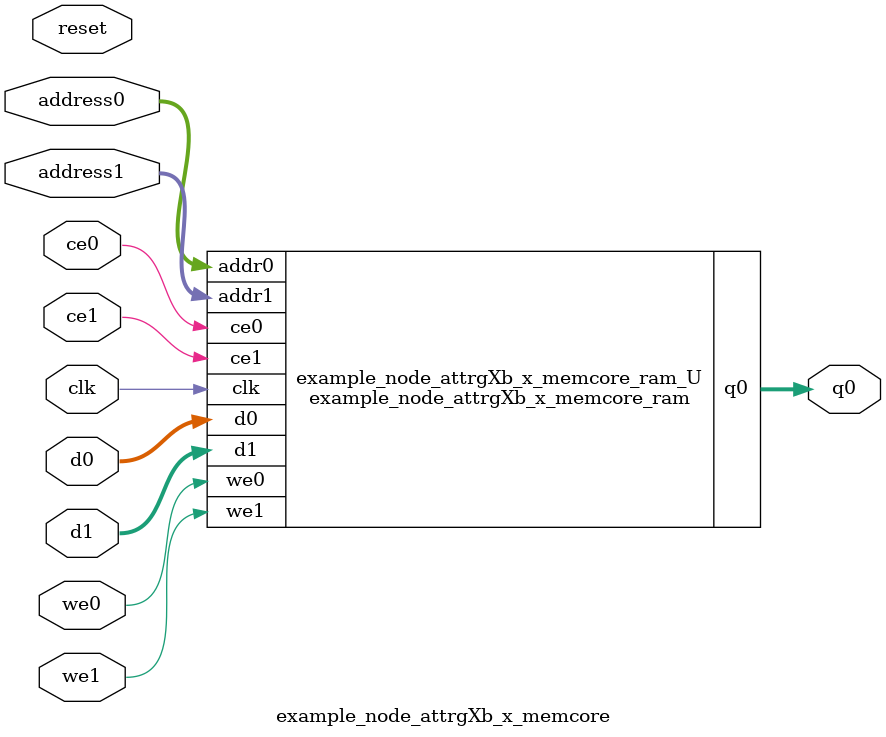
<source format=v>
`timescale 1 ns / 1 ps
module example_node_attrgXb_x_memcore_ram (addr0, ce0, d0, we0, q0, addr1, ce1, d1, we1,  clk);

parameter DWIDTH = 14;
parameter AWIDTH = 6;
parameter MEM_SIZE = 60;

input[AWIDTH-1:0] addr0;
input ce0;
input[DWIDTH-1:0] d0;
input we0;
output reg[DWIDTH-1:0] q0;
input[AWIDTH-1:0] addr1;
input ce1;
input[DWIDTH-1:0] d1;
input we1;
input clk;

(* ram_style = "block" *)reg [DWIDTH-1:0] ram[0:MEM_SIZE-1];




always @(posedge clk)  
begin 
    if (ce0) begin
        if (we0) 
            ram[addr0] <= d0; 
        q0 <= ram[addr0];
    end
end


always @(posedge clk)  
begin 
    if (ce1) begin
        if (we1) 
            ram[addr1] <= d1; 
    end
end


endmodule

`timescale 1 ns / 1 ps
module example_node_attrgXb_x_memcore(
    reset,
    clk,
    address0,
    ce0,
    we0,
    d0,
    q0,
    address1,
    ce1,
    we1,
    d1);

parameter DataWidth = 32'd14;
parameter AddressRange = 32'd60;
parameter AddressWidth = 32'd6;
input reset;
input clk;
input[AddressWidth - 1:0] address0;
input ce0;
input we0;
input[DataWidth - 1:0] d0;
output[DataWidth - 1:0] q0;
input[AddressWidth - 1:0] address1;
input ce1;
input we1;
input[DataWidth - 1:0] d1;



example_node_attrgXb_x_memcore_ram example_node_attrgXb_x_memcore_ram_U(
    .clk( clk ),
    .addr0( address0 ),
    .ce0( ce0 ),
    .we0( we0 ),
    .d0( d0 ),
    .q0( q0 ),
    .addr1( address1 ),
    .ce1( ce1 ),
    .we1( we1 ),
    .d1( d1 ));

endmodule


</source>
